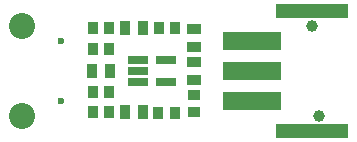
<source format=gts>
G04*
G04 #@! TF.GenerationSoftware,Altium Limited,Altium Designer,18.1.7 (191)*
G04*
G04 Layer_Color=8388736*
%FSLAX24Y24*%
%MOIN*%
G70*
G01*
G75*
%ADD15R,0.0660X0.0300*%
%ADD16R,0.1930X0.0592*%
%ADD17R,0.2442X0.0513*%
%ADD18R,0.0344X0.0434*%
%ADD19R,0.0434X0.0344*%
%ADD20R,0.0356X0.0454*%
%ADD21R,0.0454X0.0356*%
%ADD22C,0.0394*%
%ADD23C,0.0236*%
%ADD24C,0.0867*%
D15*
X5720Y2774D02*
D03*
Y2026D02*
D03*
X4780D02*
D03*
Y2400D02*
D03*
Y2774D02*
D03*
D16*
X8568Y2400D02*
D03*
Y3400D02*
D03*
Y1400D02*
D03*
D17*
X10595Y4400D02*
D03*
Y400D02*
D03*
D18*
X5439Y1010D02*
D03*
X6001D02*
D03*
X3831Y3819D02*
D03*
X3269D02*
D03*
X3831Y3114D02*
D03*
X3269D02*
D03*
Y1014D02*
D03*
X3831D02*
D03*
Y1704D02*
D03*
X3269D02*
D03*
X5469Y3819D02*
D03*
X6031D02*
D03*
D19*
X6650Y1019D02*
D03*
Y1581D02*
D03*
D20*
X4940Y1019D02*
D03*
X4360D02*
D03*
X4360Y3819D02*
D03*
X4940D02*
D03*
X3840Y2400D02*
D03*
X3260D02*
D03*
D21*
X6650Y2690D02*
D03*
Y2110D02*
D03*
Y3210D02*
D03*
Y3790D02*
D03*
D22*
X10832Y900D02*
D03*
X10595Y3900D02*
D03*
D23*
X2209Y1396D02*
D03*
Y3404D02*
D03*
D24*
X900Y3900D02*
D03*
Y900D02*
D03*
M02*

</source>
